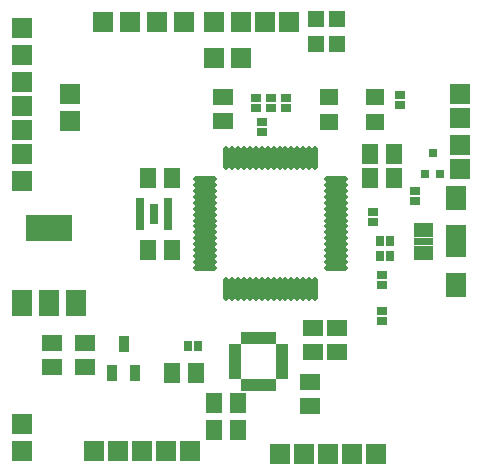
<source format=gts>
G04 ---------------------------- Layer name :TOP SOLDER LAYER*
G04 EasyEDA v5.8.20, Mon, 19 Nov 2018 12:00:09 GMT*
G04 c1adaa7c60de435bb68341a8a3b3a182*
G04 Gerber Generator version 0.2*
G04 Scale: 100 percent, Rotated: No, Reflected: No *
G04 Dimensions in millimeters *
G04 leading zeros omitted , absolute positions ,3 integer and 3 decimal *
%FSLAX33Y33*%
%MOMM*%
G90*
G71D02*

%ADD43C,0.483210*%
%ADD44R,1.363218X1.673098*%
%ADD45R,1.673098X1.363218*%
%ADD46R,1.703070X2.003298*%
%ADD47R,1.703070X2.703068*%
%ADD48R,4.003192X2.203196*%
%ADD49R,1.703197X2.203196*%
%ADD50R,0.803148X0.853186*%
%ADD51R,0.853186X0.803148*%
%ADD52R,1.402080X1.402080*%
%ADD53R,0.903199X1.453210*%
%ADD54R,0.703199X2.703195*%
%ADD55R,0.703199X1.803197*%
%ADD56R,1.503680X1.353820*%
%ADD57R,0.753212X0.803148*%
%ADD58R,0.502920X1.003300*%
%ADD59R,1.003300X0.502920*%
%ADD60R,1.727200X1.727200*%

%LPD*%
G54D43*
G01X19110Y27391D02*
G01X19110Y25872D01*
G01X19611Y27391D02*
G01X19611Y25872D01*
G01X20109Y27391D02*
G01X20109Y25872D01*
G01X20609Y27391D02*
G01X20609Y25872D01*
G01X21109Y27391D02*
G01X21109Y25872D01*
G01X21610Y27391D02*
G01X21610Y25872D01*
G01X22110Y27391D02*
G01X22110Y25872D01*
G01X22611Y27391D02*
G01X22611Y25872D01*
G01X23108Y27391D02*
G01X23108Y25872D01*
G01X23609Y27391D02*
G01X23609Y25872D01*
G01X24109Y27391D02*
G01X24109Y25872D01*
G01X24610Y27391D02*
G01X24610Y25872D01*
G01X25110Y27391D02*
G01X25110Y25872D01*
G01X25610Y27391D02*
G01X25610Y25872D01*
G01X26111Y27391D02*
G01X26111Y25872D01*
G01X26609Y27391D02*
G01X26609Y25872D01*
G01X27650Y24831D02*
G01X29169Y24831D01*
G01X27650Y24330D02*
G01X29169Y24330D01*
G01X27650Y23832D02*
G01X29169Y23832D01*
G01X27650Y23332D02*
G01X29169Y23332D01*
G01X27650Y22832D02*
G01X29169Y22832D01*
G01X27650Y22331D02*
G01X29169Y22331D01*
G01X27650Y21831D02*
G01X29169Y21831D01*
G01X27650Y21330D02*
G01X29169Y21330D01*
G01X27650Y20833D02*
G01X29169Y20833D01*
G01X27650Y20332D02*
G01X29169Y20332D01*
G01X27650Y19832D02*
G01X29169Y19832D01*
G01X27650Y19331D02*
G01X29169Y19331D01*
G01X27650Y18831D02*
G01X29169Y18831D01*
G01X27650Y18331D02*
G01X29169Y18331D01*
G01X27650Y17830D02*
G01X29169Y17830D01*
G01X27650Y17332D02*
G01X29169Y17332D01*
G01X26609Y16291D02*
G01X26609Y14772D01*
G01X26111Y16291D02*
G01X26111Y14772D01*
G01X25610Y16291D02*
G01X25610Y14772D01*
G01X25110Y16291D02*
G01X25110Y14772D01*
G01X24610Y16291D02*
G01X24610Y14772D01*
G01X24109Y16291D02*
G01X24109Y14772D01*
G01X23609Y16291D02*
G01X23609Y14772D01*
G01X23108Y16291D02*
G01X23108Y14772D01*
G01X22611Y16291D02*
G01X22611Y14772D01*
G01X22110Y16291D02*
G01X22110Y14772D01*
G01X21610Y16291D02*
G01X21610Y14772D01*
G01X21109Y16291D02*
G01X21109Y14772D01*
G01X20609Y16291D02*
G01X20609Y14772D01*
G01X20109Y16291D02*
G01X20109Y14772D01*
G01X19611Y16291D02*
G01X19611Y14772D01*
G01X19110Y16291D02*
G01X19110Y14772D01*
G01X16550Y17332D02*
G01X18069Y17332D01*
G01X16550Y17830D02*
G01X18069Y17830D01*
G01X16550Y18331D02*
G01X18069Y18331D01*
G01X16550Y18831D02*
G01X18069Y18831D01*
G01X16550Y19331D02*
G01X18069Y19331D01*
G01X16550Y19832D02*
G01X18069Y19832D01*
G01X16550Y20332D02*
G01X18069Y20332D01*
G01X16550Y20833D02*
G01X18069Y20833D01*
G01X16550Y21330D02*
G01X18069Y21330D01*
G01X16550Y21831D02*
G01X18069Y21831D01*
G01X16550Y22331D02*
G01X18069Y22331D01*
G01X16550Y22832D02*
G01X18069Y22832D01*
G01X16550Y23332D02*
G01X18069Y23332D01*
G01X16550Y23832D02*
G01X18069Y23832D01*
G01X16550Y24330D02*
G01X18069Y24330D01*
G01X16550Y24831D02*
G01X18069Y24831D01*
G54D44*
G01X14478Y8382D03*
G01X16510Y8382D03*
G54D45*
G01X26162Y5587D03*
G01X26162Y7619D03*
G54D44*
G01X18034Y5842D03*
G01X20066Y5842D03*
G36*
G01X34988Y19255D02*
G01X34988Y19860D01*
G01X36639Y19860D01*
G01X36639Y19255D01*
G01X34988Y19255D01*
G37*
G36*
G01X34988Y18605D02*
G01X34988Y19210D01*
G01X36639Y19210D01*
G01X36639Y18605D01*
G01X34988Y18605D01*
G37*
G36*
G01X34988Y17955D02*
G01X34988Y18559D01*
G01X36639Y18559D01*
G01X36639Y17955D01*
G01X34988Y17955D01*
G37*
G36*
G01X34988Y19905D02*
G01X34988Y20510D01*
G01X36639Y20510D01*
G01X36639Y19905D01*
G01X34988Y19905D01*
G37*
G36*
G01X34988Y20556D02*
G01X34988Y21160D01*
G01X36639Y21160D01*
G01X36639Y20556D01*
G01X34988Y20556D01*
G37*
G54D46*
G01X38538Y15872D03*
G54D47*
G01X38538Y19558D03*
G54D46*
G01X38538Y23243D03*
G54D48*
G01X4064Y20675D03*
G54D49*
G01X4064Y14375D03*
G01X6363Y14375D03*
G01X1764Y14375D03*
G54D45*
G01X7112Y8889D03*
G01X7112Y10921D03*
G01X4318Y8889D03*
G01X4318Y10921D03*
G54D44*
G01X12446Y24892D03*
G01X14478Y24892D03*
G01X12446Y18796D03*
G01X14478Y18796D03*
G01X31242Y26924D03*
G01X33274Y26924D03*
G54D45*
G01X28448Y10159D03*
G01X28448Y12191D03*
G01X18796Y31750D03*
G01X18796Y29718D03*
G54D50*
G01X32087Y19558D03*
G01X32936Y19558D03*
G54D51*
G01X24130Y30817D03*
G01X24130Y31666D03*
G01X22860Y30817D03*
G01X22860Y31666D03*
G54D52*
G01X26670Y38379D03*
G01X26670Y36296D03*
G01X28448Y38379D03*
G01X28448Y36296D03*
G54D53*
G01X10414Y10901D03*
G01X11363Y8402D03*
G01X9464Y8402D03*
G54D44*
G01X20066Y3555D03*
G01X18034Y3555D03*
G54D50*
G01X15831Y10668D03*
G01X16680Y10668D03*
G54D54*
G01X11755Y21844D03*
G01X14152Y21844D03*
G54D55*
G01X12954Y21844D03*
G54D56*
G01X27762Y31800D03*
G01X27762Y29667D03*
G01X31673Y29667D03*
G01X31673Y31800D03*
G54D51*
G01X33782Y31071D03*
G01X33782Y31920D03*
G54D50*
G01X32087Y18288D03*
G01X32936Y18288D03*
G54D51*
G01X32258Y13632D03*
G01X32258Y12783D03*
G54D44*
G01X33274Y24891D03*
G01X31242Y24891D03*
G54D45*
G01X26416Y10159D03*
G01X26416Y12191D03*
G54D51*
G01X22098Y28785D03*
G01X22098Y29634D03*
G01X21590Y31666D03*
G01X21590Y30817D03*
G54D57*
G01X36576Y27087D03*
G01X37236Y25237D03*
G01X35915Y25237D03*
G54D51*
G01X31496Y21165D03*
G01X31496Y22014D03*
G01X35052Y23792D03*
G01X35052Y22943D03*
G54D58*
G01X23088Y11404D03*
G01X22606Y11404D03*
G01X22098Y11404D03*
G01X21590Y11404D03*
G01X21082Y11404D03*
G01X20599Y11404D03*
G54D59*
G01X19837Y10642D03*
G01X19837Y10160D03*
G01X19837Y9652D03*
G01X19837Y9144D03*
G01X19837Y8636D03*
G01X19837Y8153D03*
G54D58*
G01X20599Y7391D03*
G01X21082Y7391D03*
G01X21590Y7391D03*
G01X22098Y7391D03*
G01X22606Y7391D03*
G01X23088Y7391D03*
G54D59*
G01X23850Y8153D03*
G01X23850Y8636D03*
G01X23850Y9144D03*
G01X23850Y9652D03*
G01X23850Y10160D03*
G01X23850Y10642D03*
G54D51*
G01X32258Y15831D03*
G01X32258Y16680D03*
G54D60*
G01X7874Y1778D03*
G01X23622Y1524D03*
G01X9906Y1778D03*
G01X11938Y1778D03*
G01X13970Y1778D03*
G01X16002Y1778D03*
G01X25654Y1524D03*
G01X27686Y1524D03*
G01X29718Y1524D03*
G01X31750Y1524D03*
G01X38862Y27686D03*
G01X38862Y29972D03*
G01X38862Y32004D03*
G01X38862Y25654D03*
G01X1778Y24638D03*
G01X1778Y26924D03*
G01X1778Y28956D03*
G01X1778Y30988D03*
G01X1778Y33020D03*
G01X1778Y35306D03*
G01X1778Y37592D03*
G01X8636Y38100D03*
G01X10922Y38100D03*
G01X13208Y38100D03*
G01X15494Y38100D03*
G01X5842Y29718D03*
G01X5842Y32004D03*
G01X22352Y38100D03*
G01X24384Y38100D03*
G01X20320Y38100D03*
G01X18034Y38100D03*
G01X18034Y35052D03*
G01X20320Y35052D03*
G01X1778Y4064D03*
G01X1778Y1778D03*
M00*
M02*

</source>
